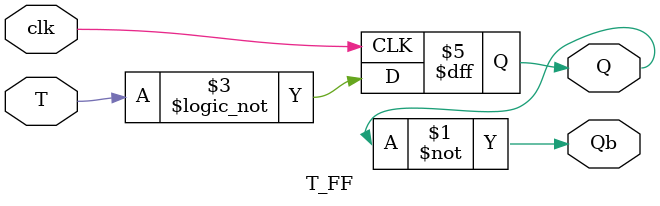
<source format=v>
`timescale 10ns / 1ps

module T_FF(
    input clk,
    input T,
    output reg Q,
    output Qb
    );
    assign Qb=~Q;
    
    initial begin
    Q=0;
    end
    
    always @ (posedge clk)
    begin
    Q<=!T;
    end
endmodule
</source>
